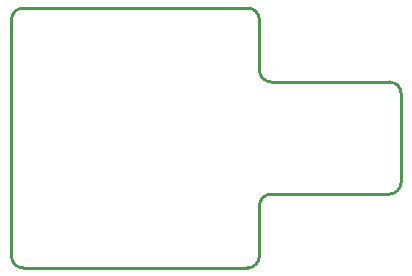
<source format=gbr>
%FSLAX34Y34*%
G04 Gerber Fmt 3.4, Leading zero omitted, Abs format*
G04 (created by PCBNEW (2014-05-21 BZR 4875)-product) date Monday 14 July 2014 12:06:10 PM IST*
%MOIN*%
G01*
G70*
G90*
G04 APERTURE LIST*
%ADD10C,0.005906*%
%ADD11C,0.010000*%
G04 APERTURE END LIST*
G54D10*
G54D11*
X18405Y-16437D02*
X10925Y-16437D01*
X23523Y-10629D02*
X23523Y-13582D01*
X23129Y-10236D02*
X19192Y-10236D01*
X23129Y-13976D02*
X19192Y-13976D01*
X23129Y-13976D02*
G75*
G03X23523Y-13582I0J393D01*
G74*
G01*
X23523Y-10629D02*
G75*
G03X23129Y-10236I-393J0D01*
G74*
G01*
X10925Y-7775D02*
X18405Y-7775D01*
X10531Y-16043D02*
X10531Y-8169D01*
X10531Y-16043D02*
G75*
G03X10925Y-16437I393J0D01*
G74*
G01*
X10925Y-7775D02*
G75*
G03X10531Y-8169I0J-393D01*
G74*
G01*
X18799Y-9842D02*
X18799Y-8169D01*
X18799Y-16043D02*
X18799Y-14370D01*
X18799Y-8169D02*
G75*
G03X18405Y-7775I-393J0D01*
G74*
G01*
X18799Y-9842D02*
G75*
G03X19192Y-10236I393J0D01*
G74*
G01*
X18405Y-16437D02*
G75*
G03X18799Y-16043I0J393D01*
G74*
G01*
X19192Y-13976D02*
G75*
G03X18799Y-14370I0J-393D01*
G74*
G01*
M02*

</source>
